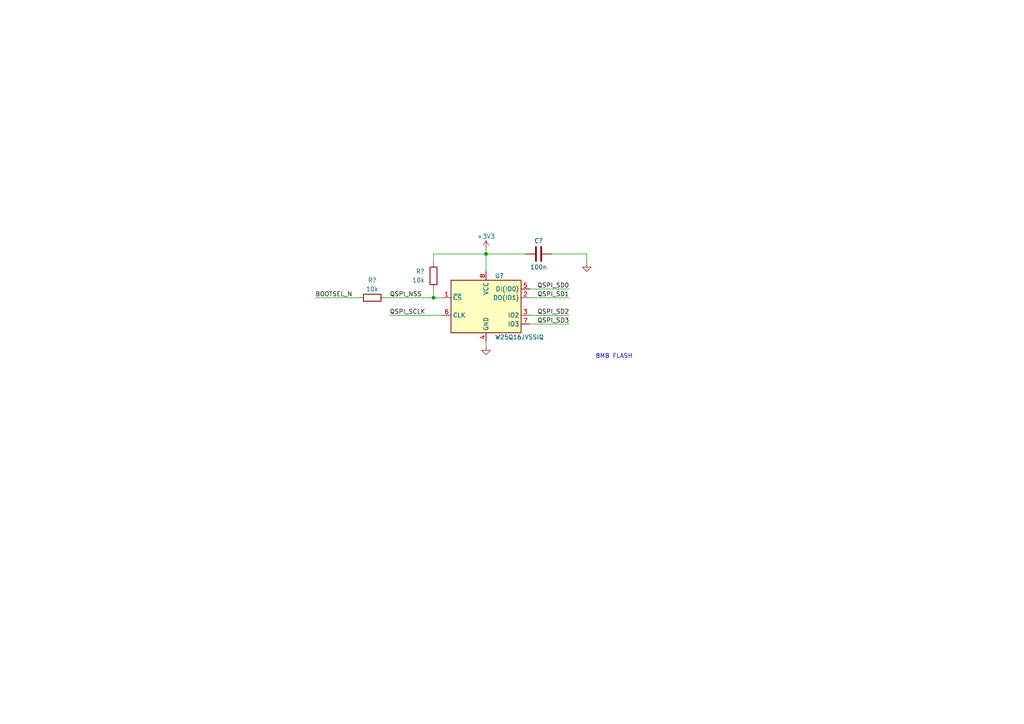
<source format=kicad_sch>
(kicad_sch (version 20211123) (generator eeschema)
  (paper "A4")
  (lib_symbols
    (symbol "Device:C" (pin_numbers hide) (pin_names (offset 0.254))
      (property "Reference" "C" (at 0.635 2.54 0))
      (property "Value" "C" (at 0.635 -2.54 0))
      (symbol "C_0_1"
        (polyline (pts (xy -2.032 -0.762) (xy 2.032 -0.762)) (stroke (width 0.508)))
        (polyline (pts (xy -2.032 0.762) (xy 2.032 0.762)) (stroke (width 0.508)))
      )
      (symbol "C_1_1"
        (pin passive line (at 0 3.81 270) (length 2.794) (name "~") (number "1"))
        (pin passive line (at 0 -3.81 90) (length 2.794) (name "~") (number "2"))
      )
    )
    (symbol "Device:R" (pin_numbers hide) (pin_names (offset 0))
      (property "Reference" "R" (at 2.032 0 90))
      (property "Value" "R" (at 0 0 90))
      (symbol "R_0_1"
        (rectangle (start -1.016 -2.54) (end 1.016 2.54) (stroke (width 0.254)))
      )
      (symbol "R_1_1"
        (pin passive line (at 0 3.81 270) (length 1.27) (name "~") (number "1"))
        (pin passive line (at 0 -3.81 90) (length 1.27) (name "~") (number "2"))
      )
    )
    (symbol "Merrick_Symbols_KiCad6:W25Q16JVSSIQ"
      (property "Reference" "U" (at 0 -24.13 0))
      (property "Value" "W25Q16JVSSIQ" (at 0 20.32 0))
      (symbol "W25Q16JVSSIQ_0_1"
        (rectangle (start -10.16 6.35) (end 10.16 -8.89) (stroke (width 0.254)) (fill (type background)))
      )
      (symbol "W25Q16JVSSIQ_1_1"
        (pin input line (at -12.7 1.27 0) (length 2.54) (name "~{CS}") (number "1"))
        (pin bidirectional line (at 12.7 1.27 180) (length 2.54) (name "DO(IO1)") (number "2"))
        (pin bidirectional line (at 12.7 -3.81 180) (length 2.54) (name "IO2") (number "3"))
        (pin power_in line (at 0 -11.43 90) (length 2.54) (name "GND") (number "4"))
        (pin bidirectional line (at 12.7 3.81 180) (length 2.54) (name "DI(IO0)") (number "5"))
        (pin input line (at -12.7 -3.81 0) (length 2.54) (name "CLK") (number "6"))
        (pin bidirectional line (at 12.7 -6.35 180) (length 2.54) (name "IO3") (number "7"))
        (pin power_in line (at 0 8.89 270) (length 2.54) (name "VCC") (number "8"))
      )
    )
    (symbol "power:+3V3" (power) (pin_names (offset 0))
      (property "Value" "+3V3" (at 0 3.556 0))
      (symbol "+3V3_0_1"
        (polyline (pts (xy -0.762 1.27) (xy 0 2.54)))
        (polyline (pts (xy 0 0) (xy 0 2.54)))
        (polyline (pts (xy 0 2.54) (xy 0.762 1.27)))
      )
      (symbol "+3V3_1_1"
        (pin power_in line (at 0 0 90) (length 0) hide (name "+3V3") (number "1"))
      )
    )
    (symbol "power:GND" (power) (pin_names (offset 0))
      (property "Value" "GND" (at 0 -3.81 0))
      (symbol "GND_0_1"
        (polyline (pts (xy 0 0) (xy 0 -1.27) (xy 1.27 -1.27) (xy 0 -2.54) (xy -1.27 -1.27) (xy 0 -1.27)))
      )
      (symbol "GND_1_1"
        (pin power_in line (at 0 0 270) (length 0) hide (name "GND") (number "1"))
      )
    )
  )
  (junction (at 140.97 73.66))
  (junction (at 125.73 86.36))
  (wire (pts (xy 170.18 73.66) (xy 170.18 76.2)))
  (wire (pts (xy 153.67 91.44) (xy 165.1 91.44)))
  (wire (pts (xy 140.97 73.66) (xy 152.4 73.66)))
  (wire (pts (xy 140.97 73.66) (xy 140.97 78.74)))
  (wire (pts (xy 140.97 100.33) (xy 140.97 99.06)))
  (wire (pts (xy 111.76 86.36) (xy 125.73 86.36)))
  (wire (pts (xy 125.73 73.66) (xy 140.97 73.66)))
  (wire (pts (xy 125.73 83.82) (xy 125.73 86.36)))
  (wire (pts (xy 91.44 86.36) (xy 104.14 86.36)))
  (wire (pts (xy 160.02 73.66) (xy 170.18 73.66)))
  (wire (pts (xy 125.73 86.36) (xy 128.27 86.36)))
  (wire (pts (xy 113.03 91.44) (xy 128.27 91.44)))
  (wire (pts (xy 153.67 93.98) (xy 165.1 93.98)))
  (wire (pts (xy 153.67 86.36) (xy 165.1 86.36)))
  (wire (pts (xy 140.97 72.39) (xy 140.97 73.66)))
  (wire (pts (xy 125.73 76.2) (xy 125.73 73.66)))
  (wire (pts (xy 153.67 83.82) (xy 165.1 83.82)))
  (text "8MB FLASH\n" (at 172.72 104.14 0) (effects (font (size 1.27 1.27)) (justify left bottom)))
  (label "QSPI_SCLK" (at 113.03 91.44 0))
  (label "QSPI_SD0" (at 165.1 83.82 180))
  (label "BOOTSEL_N" (at 91.44 86.36 0))
  (label "QSPI_NSS" (at 113.03 86.36 0))
  (label "QSPI_SD3" (at 165.1 93.98 180))
  (label "QSPI_SD1" (at 165.1 86.36 180))
  (label "QSPI_SD2" (at 165.1 91.44 180))
  (symbol (lib_id "Device:C") (at 156.21 73.66 90) (unit 1)
    (property "Reference" "C?" (at 156.21 69.85 90))
    (property "Value" "100n" (at 156.21 77.47 90))
  )
  (symbol (lib_id "Device:R") (at 125.73 80.01 0) (mirror x) (unit 1)
    (property "Reference" "R?" (at 123.19 78.7399 0) (effects (justify right)))
    (property "Value" "10k" (at 123.19 81.2799 0) (effects (justify right)))
  )
  (symbol (lib_id "Device:R") (at 107.95 86.36 90) (unit 1)
    (property "Reference" "R?" (at 107.95 81.28 90))
    (property "Value" "10k" (at 107.95 83.82 90))
  )
  (symbol (lib_id "power:GND") (at 170.18 76.2 0) (unit 1)
    (property "Reference" "#PWR?" (effects hide))
    (property "Value" "GND" (effects hide))
  )
  (symbol (lib_id "power:GND") (at 140.97 100.33 0) (unit 1)
    (property "Reference" "#PWR?" (effects hide))
    (property "Value" "GND" (effects hide))
  )
  (symbol (lib_id "power:+3V3") (at 140.97 72.39 0) (unit 1)
    (property "Reference" "#PWR?" (effects hide))
    (property "Value" "+3V3" (at 140.97 68.58 0))
  )
  (symbol (lib_id "Merrick_Symbols_KiCad6:W25Q16JVSSIQ") (at 140.97 87.63 0) (unit 1)
    (property "Reference" "U?" (at 143.51 80.01 0) (effects (justify left)))
    (property "Value" "W25Q16JVSSIQ" (at 143.51 97.79 0) (effects (justify left)))
  )
)
</source>
